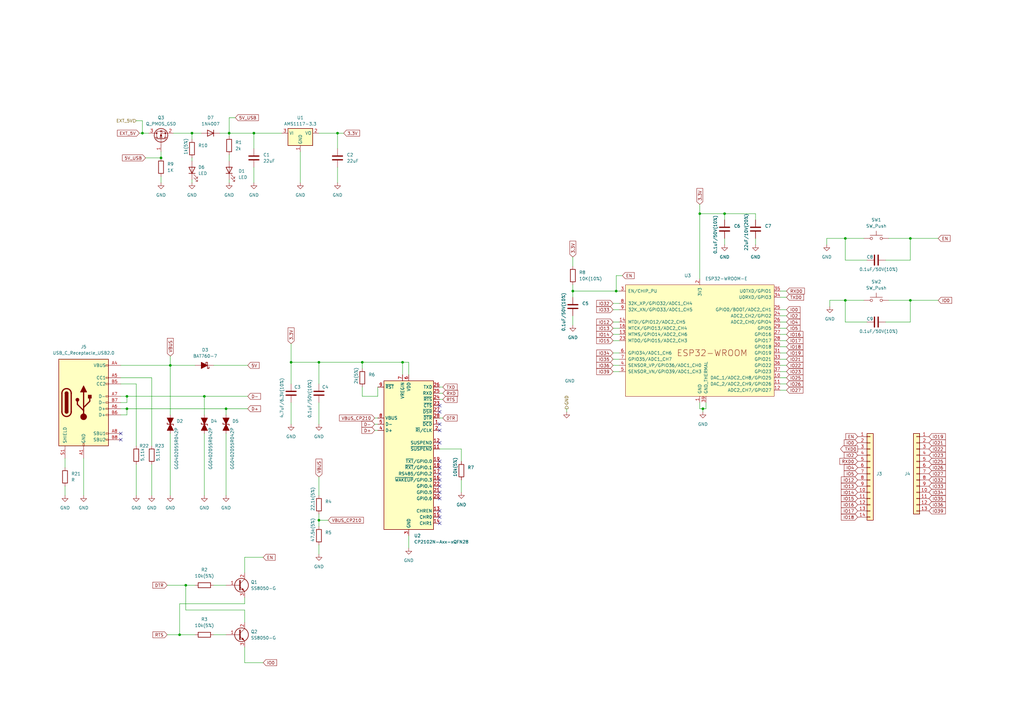
<source format=kicad_sch>
(kicad_sch (version 20230121) (generator eeschema)
  (paper "A3")
  (title_block (title "ESP32_2") (rev "1") (company "FRED"))
  (lib_symbols
    (symbol "Connector:USB_C_Receptacle_USB2.0" (pin_names (offset 1.016))
      (property "Reference" "J" (at -10.16 19.05 0))
      (property "Value" "USB_C_Receptacle_USB2.0" (at 19.05 19.05 0))
      (symbol "USB_C_Receptacle_USB2.0_1_1"
        (pin passive line (at 0 -22.86 90) (length 5.08) (name "GND") (number "A1"))
        (pin passive line (at 0 -22.86 90) (length 5.08) hide (name "GND") (number "A12"))
        (pin passive line (at 15.24 15.24 180) (length 5.08) (name "VBUS") (number "A4"))
        (pin bidirectional line (at 15.24 10.16 180) (length 5.08) (name "CC1") (number "A5"))
        (pin bidirectional line (at 15.24 -2.54 180) (length 5.08) (name "D+") (number "A6"))
        (pin bidirectional line (at 15.24 2.54 180) (length 5.08) (name "D-") (number "A7"))
        (pin bidirectional line (at 15.24 -12.7 180) (length 5.08) (name "SBU1") (number "A8"))
        (pin passive line (at 15.24 15.24 180) (length 5.08) hide (name "VBUS") (number "A9"))
        (pin passive line (at 0 -22.86 90) (length 5.08) hide (name "GND") (number "B1"))
        (pin passive line (at 0 -22.86 90) (length 5.08) hide (name "GND") (number "B12"))
        (pin passive line (at 15.24 15.24 180) (length 5.08) hide (name "VBUS") (number "B4"))
        (pin bidirectional line (at 15.24 7.62 180) (length 5.08) (name "CC2") (number "B5"))
        (pin bidirectional line (at 15.24 -5.08 180) (length 5.08) (name "D+") (number "B6"))
        (pin bidirectional line (at 15.24 0 180) (length 5.08) (name "D-") (number "B7"))
        (pin bidirectional line (at 15.24 -15.24 180) (length 5.08) (name "SBU2") (number "B8"))
        (pin passive line (at 15.24 15.24 180) (length 5.08) hide (name "VBUS") (number "B9"))
        (pin passive line (at -7.62 -22.86 90) (length 5.08) (name "SHIELD") (number "S1"))
      )
    )
    (symbol "Connector_Generic:Conn_01x13" (pin_names (offset 1.016) hide)
      (property "Reference" "J" (at 0 17.78 0))
      (property "Value" "Conn_01x13" (at 0 -17.78 0))
      (symbol "Conn_01x13_1_1"
        (pin passive line (at -5.08 15.24 0) (length 3.81) (name "Pin_1") (number "1"))
        (pin passive line (at -5.08 -7.62 0) (length 3.81) (name "Pin_10") (number "10"))
        (pin passive line (at -5.08 -10.16 0) (length 3.81) (name "Pin_11") (number "11"))
        (pin passive line (at -5.08 -12.7 0) (length 3.81) (name "Pin_12") (number "12"))
        (pin passive line (at -5.08 -15.24 0) (length 3.81) (name "Pin_13") (number "13"))
        (pin passive line (at -5.08 12.7 0) (length 3.81) (name "Pin_2") (number "2"))
        (pin passive line (at -5.08 10.16 0) (length 3.81) (name "Pin_3") (number "3"))
        (pin passive line (at -5.08 7.62 0) (length 3.81) (name "Pin_4") (number "4"))
        (pin passive line (at -5.08 5.08 0) (length 3.81) (name "Pin_5") (number "5"))
        (pin passive line (at -5.08 2.54 0) (length 3.81) (name "Pin_6") (number "6"))
        (pin passive line (at -5.08 0 0) (length 3.81) (name "Pin_7") (number "7"))
        (pin passive line (at -5.08 -2.54 0) (length 3.81) (name "Pin_8") (number "8"))
        (pin passive line (at -5.08 -5.08 0) (length 3.81) (name "Pin_9") (number "9"))
      )
    )
    (symbol "Connector_Generic:Conn_01x14" (pin_names (offset 1.016) hide)
      (property "Reference" "J" (at 0 17.78 0))
      (property "Value" "Conn_01x14" (at 0 -20.32 0))
      (symbol "Conn_01x14_1_1"
        (pin passive line (at -5.08 15.24 0) (length 3.81) (name "Pin_1") (number "1"))
        (pin passive line (at -5.08 -7.62 0) (length 3.81) (name "Pin_10") (number "10"))
        (pin passive line (at -5.08 -10.16 0) (length 3.81) (name "Pin_11") (number "11"))
        (pin passive line (at -5.08 -12.7 0) (length 3.81) (name "Pin_12") (number "12"))
        (pin passive line (at -5.08 -15.24 0) (length 3.81) (name "Pin_13") (number "13"))
        (pin passive line (at -5.08 -17.78 0) (length 3.81) (name "Pin_14") (number "14"))
        (pin passive line (at -5.08 12.7 0) (length 3.81) (name "Pin_2") (number "2"))
        (pin passive line (at -5.08 10.16 0) (length 3.81) (name "Pin_3") (number "3"))
        (pin passive line (at -5.08 7.62 0) (length 3.81) (name "Pin_4") (number "4"))
        (pin passive line (at -5.08 5.08 0) (length 3.81) (name "Pin_5") (number "5"))
        (pin passive line (at -5.08 2.54 0) (length 3.81) (name "Pin_6") (number "6"))
        (pin passive line (at -5.08 0 0) (length 3.81) (name "Pin_7") (number "7"))
        (pin passive line (at -5.08 -2.54 0) (length 3.81) (name "Pin_8") (number "8"))
        (pin passive line (at -5.08 -5.08 0) (length 3.81) (name "Pin_9") (number "9"))
      )
    )
    (symbol "Device:C" (pin_numbers hide) (pin_names (offset 0.254))
      (property "Reference" "C" (at 0.635 2.54 0))
      (property "Value" "C" (at 0.635 -2.54 0))
      (symbol "C_1_1"
        (pin passive line (at 0 3.81 270) (length 2.794) (name "~") (number "1"))
        (pin passive line (at 0 -3.81 90) (length 2.794) (name "~") (number "2"))
      )
    )
    (symbol "Device:D_Schottky_Filled" (pin_numbers hide) (pin_names (offset 1.016) hide)
      (property "Reference" "D" (at 0 2.54 0))
      (property "Value" "D_Schottky_Filled" (at 0 -2.54 0))
      (symbol "D_Schottky_Filled_1_1"
        (pin passive line (at -3.81 0 0) (length 2.54) (name "K") (number "1"))
        (pin passive line (at 3.81 0 180) (length 2.54) (name "A") (number "2"))
      )
    )
    (symbol "Device:D_TVS_Filled" (pin_numbers hide) (pin_names (offset 1.016) hide)
      (property "Reference" "D" (at 0 2.54 0))
      (property "Value" "D_TVS_Filled" (at 0 -2.54 0))
      (symbol "D_TVS_Filled_1_1"
        (pin passive line (at -3.81 0 0) (length 2.54) (name "A1") (number "1"))
        (pin passive line (at 3.81 0 180) (length 2.54) (name "A2") (number "2"))
      )
    )
    (symbol "Device:LED" (pin_numbers hide) (pin_names (offset 1.016) hide)
      (property "Reference" "D" (at 0 2.54 0))
      (property "Value" "LED" (at 0 -2.54 0))
      (symbol "LED_1_1"
        (pin passive line (at -3.81 0 0) (length 2.54) (name "K") (number "1"))
        (pin passive line (at 3.81 0 180) (length 2.54) (name "A") (number "2"))
      )
    )
    (symbol "Device:Q_PMOS_GSD" (pin_names (offset 0) hide)
      (property "Reference" "Q" (at 5.08 1.27 0))
      (property "Value" "Q_PMOS_GSD" (at 5.08 -1.27 0))
      (symbol "Q_PMOS_GSD_1_1"
        (pin input line (at -5.08 0 0) (length 2.54) (name "G") (number "1"))
        (pin passive line (at 2.54 -5.08 90) (length 2.54) (name "S") (number "2"))
        (pin passive line (at 2.54 5.08 270) (length 2.54) (name "D") (number "3"))
      )
    )
    (symbol "Device:R" (pin_numbers hide) (pin_names (offset 0))
      (property "Reference" "R" (at 2.032 0 90))
      (property "Value" "R" (at 0 0 90))
      (symbol "R_1_1"
        (pin passive line (at 0 3.81 270) (length 1.27) (name "~") (number "1"))
        (pin passive line (at 0 -3.81 90) (length 1.27) (name "~") (number "2"))
      )
    )
    (symbol "Diode:1N4007" (pin_numbers hide) (pin_names hide)
      (property "Reference" "D" (at 0 2.54 0))
      (property "Value" "1N4007" (at 0 -2.54 0))
      (symbol "1N4007_1_1"
        (pin passive line (at -3.81 0 0) (length 2.54) (name "K") (number "1"))
        (pin passive line (at 3.81 0 180) (length 2.54) (name "A") (number "2"))
      )
    )
    (symbol "Interface_USB:CP2102N-Axx-xQFN28"
      (property "Reference" "U" (at -8.89 31.75 0))
      (property "Value" "CP2102N-Axx-xQFN28" (at 12.7 31.75 0))
      (symbol "CP2102N-Axx-xQFN28_1_1"
        (pin input line (at 12.7 12.7 180) (length 2.54) (name "~{DCD}") (number "1"))
        (pin no_connect line (at -10.16 -27.94 0) (length 2.54) hide (name "NC") (number "10"))
        (pin output line (at 12.7 2.54 180) (length 2.54) (name "~{SUSPEND}") (number "11"))
        (pin output line (at 12.7 5.08 180) (length 2.54) (name "SUSPEND") (number "12"))
        (pin output line (at 12.7 -22.86 180) (length 2.54) (name "CHREN") (number "13"))
        (pin output line (at 12.7 -27.94 180) (length 2.54) (name "CHR1") (number "14"))
        (pin output line (at 12.7 -25.4 180) (length 2.54) (name "CHR0") (number "15"))
        (pin bidirectional line (at 12.7 -10.16 180) (length 2.54) (name "~{WAKEUP}/GPIO.3") (number "16"))
        (pin bidirectional line (at 12.7 -7.62 180) (length 2.54) (name "RS485/GPIO.2") (number "17"))
        (pin bidirectional line (at 12.7 -5.08 180) (length 2.54) (name "~{RXT}/GPIO.1") (number "18"))
        (pin bidirectional line (at 12.7 -2.54 180) (length 2.54) (name "~{TXT}/GPIO.0") (number "19"))
        (pin bidirectional line (at 12.7 10.16 180) (length 2.54) (name "~{RI}/CLK") (number "2"))
        (pin bidirectional line (at 12.7 -17.78 180) (length 2.54) (name "GPIO.6") (number "20"))
        (pin bidirectional line (at 12.7 -15.24 180) (length 2.54) (name "GPIO.5") (number "21"))
        (pin bidirectional line (at 12.7 -12.7 180) (length 2.54) (name "GPIO.4") (number "22"))
        (pin input line (at 12.7 20.32 180) (length 2.54) (name "~{CTS}") (number "23"))
        (pin output line (at 12.7 22.86 180) (length 2.54) (name "~{RTS}") (number "24"))
        (pin input line (at 12.7 25.4 180) (length 2.54) (name "RXD") (number "25"))
        (pin output line (at 12.7 27.94 180) (length 2.54) (name "TXD") (number "26"))
        (pin input line (at 12.7 17.78 180) (length 2.54) (name "~{DSR}") (number "27"))
        (pin output line (at 12.7 15.24 180) (length 2.54) (name "~{DTR}") (number "28"))
        (pin passive line (at 0 -33.02 90) (length 2.54) hide (name "GND") (number "29"))
        (pin power_in line (at 0 -33.02 90) (length 2.54) (name "GND") (number "3"))
        (pin bidirectional line (at -12.7 10.16 0) (length 2.54) (name "D+") (number "4"))
        (pin bidirectional line (at -12.7 12.7 0) (length 2.54) (name "D-") (number "5"))
        (pin power_in line (at 0 33.02 270) (length 2.54) (name "VDD") (number "6"))
        (pin power_in line (at -2.54 33.02 270) (length 2.54) (name "VREGIN") (number "7"))
        (pin input line (at -12.7 15.24 0) (length 2.54) (name "VBUS") (number "8"))
        (pin input line (at -12.7 27.94 0) (length 2.54) (name "~{RST}") (number "9"))
      )
    )
    (symbol "PCM_Espressif:ESP32-WROOM-E" (pin_names (offset 1.016))
      (property "Reference" "U" (at -30.48 27.94 0))
      (property "Value" "ESP32-WROOM-E" (at -30.48 25.4 0))
      (symbol "ESP32-WROOM-E_1_1"
        (text "ESP32-­WROOM­" (at 5.08 -5.08 0) (effects (font (size 2.54 2.54))))
        (pin power_in line (at 0 -25.4 90) (length 2.54) (name "GND") (number "1"))
        (pin bidirectional line (at 33.02 -15.24 180) (length 2.54) (name "DAC_1/ADC2_CH8/GPIO25") (number "10"))
        (pin bidirectional line (at 33.02 -17.78 180) (length 2.54) (name "DAC_2/ADC2_CH9/GPIO26") (number "11"))
        (pin bidirectional line (at 33.02 -20.32 180) (length 2.54) (name "ADC2_CH7/GPIO27") (number "12"))
        (pin bidirectional line (at -33.02 2.54 0) (length 2.54) (name "MTMS/GPIO14/ADC2_CH6") (number "13"))
        (pin bidirectional line (at -33.02 7.62 0) (length 2.54) (name "MTDI/GPIO12/ADC2_CH5") (number "14"))
        (pin passive line (at 0 -25.4 90) (length 2.54) hide (name "GND") (number "15"))
        (pin bidirectional line (at -33.02 5.08 0) (length 2.54) (name "MTCK/GPIO13/ADC2_CH4") (number "16"))
        (pin power_in line (at 0 25.4 270) (length 2.54) (name "3V3") (number "2"))
        (pin bidirectional line (at -33.02 0 0) (length 2.54) (name "MTDO/GPIO15/ADC2_CH3") (number "23"))
        (pin bidirectional line (at 33.02 10.16 180) (length 2.54) (name "ADC2_CH2/GPIO2") (number "24"))
        (pin bidirectional line (at 33.02 12.7 180) (length 2.54) (name "GPIO0/BOOT/ADC2_CH1") (number "25"))
        (pin bidirectional line (at 33.02 7.62 180) (length 2.54) (name "ADC2_CH0/GPIO4") (number "26"))
        (pin bidirectional line (at 33.02 2.54 180) (length 2.54) (name "GPIO16") (number "27"))
        (pin bidirectional line (at 33.02 0 180) (length 2.54) (name "GPIO17") (number "28"))
        (pin bidirectional line (at 33.02 5.08 180) (length 2.54) (name "GPIO5") (number "29"))
        (pin input line (at -33.02 20.32 0) (length 2.54) (name "EN/CHIP_PU") (number "3"))
        (pin bidirectional line (at 33.02 -2.54 180) (length 2.54) (name "GPIO18") (number "30"))
        (pin bidirectional line (at 33.02 -5.08 180) (length 2.54) (name "GPIO19") (number "31"))
        (pin bidirectional line (at 33.02 -7.62 180) (length 2.54) (name "GPIO21") (number "33"))
        (pin bidirectional line (at 33.02 17.78 180) (length 2.54) (name "U0RXD/GPIO3") (number "34"))
        (pin bidirectional line (at 33.02 20.32 180) (length 2.54) (name "U0TXD/GPIO1") (number "35"))
        (pin bidirectional line (at 33.02 -10.16 180) (length 2.54) (name "GPIO22") (number "36"))
        (pin bidirectional line (at 33.02 -12.7 180) (length 2.54) (name "GPIO23") (number "37"))
        (pin passive line (at 0 -25.4 90) (length 2.54) hide (name "GND") (number "38"))
        (pin power_in line (at 2.54 -25.4 90) (length 2.54) (name "GND_THERMAL") (number "39"))
        (pin input line (at -33.02 -10.16 0) (length 2.54) (name "SENSOR_VP/GPIO36/ADC1_CH0") (number "4"))
        (pin input line (at -33.02 -12.7 0) (length 2.54) (name "SENSOR_VN/GPIO39/ADC1_CH3") (number "5"))
        (pin input line (at -33.02 -5.08 0) (length 2.54) (name "GPIO34/ADC1_CH6") (number "6"))
        (pin input line (at -33.02 -7.62 0) (length 2.54) (name "GPIO35/ADC1_CH7") (number "7"))
        (pin bidirectional line (at -33.02 15.24 0) (length 2.54) (name "32K_XP/GPIO32/ADC1_CH4") (number "8"))
        (pin bidirectional line (at -33.02 12.7 0) (length 2.54) (name "32K_XN/GPIO33/ADC1_CH5") (number "9"))
      )
    )
    (symbol "Regulator_Linear:AMS1117-3.3"
      (property "Reference" "U" (at -3.81 3.175 0))
      (property "Value" "AMS1117-3.3" (at 0 3.175 0))
      (symbol "AMS1117-3.3_1_1"
        (pin power_in line (at 0 -7.62 90) (length 2.54) (name "GND") (number "1"))
        (pin power_out line (at 7.62 0 180) (length 2.54) (name "VO") (number "2"))
        (pin power_in line (at -7.62 0 0) (length 2.54) (name "VI") (number "3"))
      )
    )
    (symbol "Switch:SW_Push" (pin_numbers hide) (pin_names (offset 1.016) hide)
      (property "Reference" "SW" (at 1.27 2.54 0))
      (property "Value" "SW_Push" (at 0 -1.524 0))
      (symbol "SW_Push_0_1"
        (pin passive line (at -5.08 0 0) (length 2.54) (name "1") (number "1"))
        (pin passive line (at 5.08 0 180) (length 2.54) (name "2") (number "2"))
      )
    )
    (symbol "Transistor_BJT:2SD1047" (pin_names (offset 0) hide)
      (property "Reference" "Q" (at 6.35 1.905 0))
      (property "Value" "2SD1047" (at 6.35 0 0))
      (symbol "2SD1047_1_1"
        (pin input line (at -5.08 0 0) (length 5.08) (name "B") (number "1"))
        (pin passive line (at 2.54 5.08 270) (length 2.54) (name "C") (number "2"))
        (pin passive line (at 2.54 -5.08 90) (length 2.54) (name "E") (number "3"))
      )
    )
    (symbol "power:GND" (power) (pin_names (offset 0))
      (property "Value" "GND" (at 0 -3.81 0))
      (symbol "GND_1_1"
        (pin power_in line (at 0 0 270) (length 0) hide (name "GND") (number "1"))
      )
    )
  )
  (junction (at 297.18 87.63))
  (junction (at 373.38 123.19))
  (junction (at 252.73 119.38))
  (junction (at 130.81 213.36))
  (junction (at 288.29 167.64))
  (junction (at 76.2 240.03))
  (junction (at 52.07 167.64))
  (junction (at 69.85 149.86))
  (junction (at 92.71 167.64))
  (junction (at 119.38 148.59))
  (junction (at 165.1 148.59))
  (junction (at 104.14 54.61))
  (junction (at 346.71 123.19))
  (junction (at 234.95 119.38))
  (junction (at 130.81 148.59))
  (junction (at 73.66 260.35))
  (junction (at 78.74 54.61))
  (junction (at 346.71 97.79))
  (junction (at 287.02 87.63))
  (junction (at 373.38 97.79))
  (junction (at 138.43 54.61))
  (junction (at 58.42 54.61))
  (junction (at 66.04 64.77))
  (junction (at 148.59 148.59))
  (junction (at 83.82 162.56))
  (junction (at 52.07 162.56))
  (junction (at 93.98 54.61))
  (no_connect (at 180.34 214.63))
  (no_connect (at 180.34 176.53))
  (no_connect (at 180.34 194.31))
  (no_connect (at 180.34 166.37))
  (no_connect (at 180.34 212.09))
  (no_connect (at 180.34 196.85))
  (no_connect (at 49.53 177.8))
  (no_connect (at 180.34 204.47))
  (no_connect (at 180.34 181.61))
  (no_connect (at 180.34 168.91))
  (no_connect (at 180.34 191.77))
  (no_connect (at 180.34 209.55))
  (no_connect (at 180.34 173.99))
  (no_connect (at 180.34 201.93))
  (no_connect (at 180.34 199.39))
  (no_connect (at 180.34 189.23))
  (no_connect (at 49.53 180.34))
  (wire (pts (xy 100.33 265.43) (xy 100.33 271.78)))
  (wire (pts (xy 92.71 167.64) (xy 92.71 170.18)))
  (wire (pts (xy 287.02 114.3) (xy 287.02 87.63)))
  (wire (pts (xy 138.43 54.61) (xy 138.43 60.96)))
  (wire (pts (xy 167.64 148.59) (xy 165.1 148.59)))
  (wire (pts (xy 58.42 54.61) (xy 60.96 54.61)))
  (wire (pts (xy 287.02 83.82) (xy 287.02 87.63)))
  (wire (pts (xy 93.98 54.61) (xy 104.14 54.61)))
  (wire (pts (xy 234.95 119.38) (xy 252.73 119.38)))
  (wire (pts (xy 153.67 176.53) (xy 154.94 176.53)))
  (wire (pts (xy 52.07 165.1) (xy 49.53 165.1)))
  (wire (pts (xy 288.29 168.91) (xy 288.29 167.64)))
  (wire (pts (xy 148.59 162.56) (xy 148.59 158.75)))
  (wire (pts (xy 355.6 106.68) (xy 346.71 106.68)))
  (wire (pts (xy 130.81 165.1) (xy 130.81 173.99)))
  (wire (pts (xy 69.85 146.05) (xy 69.85 149.86)))
  (wire (pts (xy 234.95 121.92) (xy 234.95 119.38)))
  (wire (pts (xy 251.46 149.86) (xy 254 149.86)))
  (wire (pts (xy 78.74 74.93) (xy 78.74 73.66)))
  (wire (pts (xy 80.01 240.03) (xy 76.2 240.03)))
  (wire (pts (xy 69.85 177.8) (xy 69.85 203.2)))
  (wire (pts (xy 148.59 148.59) (xy 165.1 148.59)))
  (wire (pts (xy 76.2 250.19) (xy 100.33 250.19)))
  (wire (pts (xy 189.23 184.15) (xy 180.34 184.15)))
  (wire (pts (xy 322.58 134.62) (xy 320.04 134.62)))
  (wire (pts (xy 153.67 173.99) (xy 154.94 173.99)))
  (wire (pts (xy 83.82 177.8) (xy 83.82 203.2)))
  (wire (pts (xy 80.01 260.35) (xy 73.66 260.35)))
  (wire (pts (xy 52.07 167.64) (xy 52.07 170.18)))
  (wire (pts (xy 167.64 219.71) (xy 167.64 224.79)))
  (wire (pts (xy 165.1 148.59) (xy 165.1 153.67)))
  (wire (pts (xy 130.81 213.36) (xy 134.62 213.36)))
  (wire (pts (xy 373.38 123.19) (xy 384.81 123.19)))
  (wire (pts (xy 251.46 144.78) (xy 254 144.78)))
  (wire (pts (xy 100.33 271.78) (xy 107.95 271.78)))
  (wire (pts (xy 346.71 106.68) (xy 346.71 97.79)))
  (wire (pts (xy 62.23 154.94) (xy 62.23 182.88)))
  (wire (pts (xy 339.09 97.79) (xy 346.71 97.79)))
  (wire (pts (xy 52.07 167.64) (xy 92.71 167.64)))
  (wire (pts (xy 148.59 162.56) (xy 154.94 162.56)))
  (wire (pts (xy 78.74 54.61) (xy 82.55 54.61)))
  (wire (pts (xy 87.63 149.86) (xy 101.6 149.86)))
  (wire (pts (xy 62.23 190.5) (xy 62.23 203.2)))
  (wire (pts (xy 181.61 161.29) (xy 180.34 161.29)))
  (wire (pts (xy 251.46 132.08) (xy 254 132.08)))
  (wire (pts (xy 167.64 153.67) (xy 167.64 148.59)))
  (wire (pts (xy 87.63 240.03) (xy 92.71 240.03)))
  (wire (pts (xy 68.58 260.35) (xy 73.66 260.35)))
  (wire (pts (xy 181.61 163.83) (xy 180.34 163.83)))
  (wire (pts (xy 322.58 137.16) (xy 320.04 137.16)))
  (wire (pts (xy 100.33 250.19) (xy 100.33 255.27)))
  (wire (pts (xy 138.43 54.61) (xy 140.97 54.61)))
  (wire (pts (xy 287.02 87.63) (xy 297.18 87.63)))
  (wire (pts (xy 83.82 162.56) (xy 83.82 170.18)))
  (wire (pts (xy 340.36 123.19) (xy 346.71 123.19)))
  (wire (pts (xy 322.58 142.24) (xy 320.04 142.24)))
  (wire (pts (xy 138.43 68.58) (xy 138.43 74.93)))
  (wire (pts (xy 251.46 134.62) (xy 254 134.62)))
  (wire (pts (xy 297.18 90.17) (xy 297.18 87.63)))
  (wire (pts (xy 26.67 199.39) (xy 26.67 203.2)))
  (wire (pts (xy 104.14 54.61) (xy 115.57 54.61)))
  (wire (pts (xy 189.23 189.23) (xy 189.23 184.15)))
  (wire (pts (xy 232.41 167.64) (xy 232.41 168.91)))
  (wire (pts (xy 83.82 162.56) (xy 101.6 162.56)))
  (wire (pts (xy 373.38 106.68) (xy 373.38 97.79)))
  (wire (pts (xy 93.98 73.66) (xy 93.98 74.93)))
  (wire (pts (xy 373.38 97.79) (xy 364.49 97.79)))
  (wire (pts (xy 340.36 125.73) (xy 340.36 123.19)))
  (wire (pts (xy 130.81 54.61) (xy 138.43 54.61)))
  (wire (pts (xy 119.38 148.59) (xy 130.81 148.59)))
  (wire (pts (xy 130.81 148.59) (xy 148.59 148.59)))
  (wire (pts (xy 49.53 149.86) (xy 69.85 149.86)))
  (wire (pts (xy 100.33 228.6) (xy 107.95 228.6)))
  (wire (pts (xy 130.81 195.58) (xy 130.81 203.2)))
  (wire (pts (xy 59.69 64.77) (xy 66.04 64.77)))
  (wire (pts (xy 181.61 158.75) (xy 180.34 158.75)))
  (wire (pts (xy 309.88 97.79) (xy 309.88 100.33)))
  (wire (pts (xy 87.63 260.35) (xy 92.71 260.35)))
  (wire (pts (xy 90.17 54.61) (xy 93.98 54.61)))
  (wire (pts (xy 339.09 100.33) (xy 339.09 97.79)))
  (wire (pts (xy 52.07 162.56) (xy 52.07 165.1)))
  (wire (pts (xy 355.6 132.08) (xy 346.71 132.08)))
  (wire (pts (xy 322.58 149.86) (xy 320.04 149.86)))
  (wire (pts (xy 322.58 127) (xy 320.04 127)))
  (wire (pts (xy 297.18 97.79) (xy 297.18 100.33)))
  (wire (pts (xy 52.07 162.56) (xy 83.82 162.56)))
  (wire (pts (xy 123.19 62.23) (xy 123.19 74.93)))
  (wire (pts (xy 57.15 54.61) (xy 58.42 54.61)))
  (wire (pts (xy 73.66 260.35) (xy 73.66 247.65)))
  (wire (pts (xy 49.53 154.94) (xy 62.23 154.94)))
  (wire (pts (xy 153.67 171.45) (xy 154.94 171.45)))
  (wire (pts (xy 130.81 148.59) (xy 130.81 157.48)))
  (wire (pts (xy 68.58 240.03) (xy 76.2 240.03)))
  (wire (pts (xy 130.81 210.82) (xy 130.81 213.36)))
  (wire (pts (xy 309.88 87.63) (xy 309.88 90.17)))
  (wire (pts (xy 234.95 129.54) (xy 234.95 133.35)))
  (wire (pts (xy 289.56 167.64) (xy 288.29 167.64)))
  (wire (pts (xy 322.58 139.7) (xy 320.04 139.7)))
  (wire (pts (xy 104.14 68.58) (xy 104.14 74.93)))
  (wire (pts (xy 346.71 97.79) (xy 354.33 97.79)))
  (wire (pts (xy 252.73 119.38) (xy 254 119.38)))
  (wire (pts (xy 287.02 167.64) (xy 287.02 165.1)))
  (wire (pts (xy 251.46 152.4) (xy 254 152.4)))
  (wire (pts (xy 234.95 116.84) (xy 234.95 119.38)))
  (wire (pts (xy 234.95 105.41) (xy 234.95 109.22)))
  (wire (pts (xy 49.53 157.48) (xy 55.88 157.48)))
  (wire (pts (xy 71.12 54.61) (xy 78.74 54.61)))
  (wire (pts (xy 78.74 66.04) (xy 78.74 64.77)))
  (wire (pts (xy 130.81 227.33) (xy 130.81 223.52)))
  (wire (pts (xy 93.98 55.88) (xy 93.98 54.61)))
  (wire (pts (xy 49.53 162.56) (xy 52.07 162.56)))
  (wire (pts (xy 104.14 54.61) (xy 104.14 60.96)))
  (wire (pts (xy 66.04 62.23) (xy 66.04 64.77)))
  (wire (pts (xy 92.71 167.64) (xy 101.6 167.64)))
  (wire (pts (xy 251.46 147.32) (xy 254 147.32)))
  (wire (pts (xy 346.71 132.08) (xy 346.71 123.19)))
  (wire (pts (xy 76.2 240.03) (xy 76.2 250.19)))
  (wire (pts (xy 322.58 144.78) (xy 320.04 144.78)))
  (wire (pts (xy 119.38 165.1) (xy 119.38 173.99)))
  (wire (pts (xy 93.98 48.26) (xy 93.98 54.61)))
  (wire (pts (xy 322.58 119.38) (xy 320.04 119.38)))
  (wire (pts (xy 251.46 124.46) (xy 254 124.46)))
  (wire (pts (xy 322.58 157.48) (xy 320.04 157.48)))
  (wire (pts (xy 78.74 54.61) (xy 78.74 57.15)))
  (wire (pts (xy 251.46 139.7) (xy 254 139.7)))
  (wire (pts (xy 66.04 72.39) (xy 66.04 74.93)))
  (wire (pts (xy 289.56 165.1) (xy 289.56 167.64)))
  (wire (pts (xy 181.61 171.45) (xy 180.34 171.45)))
  (wire (pts (xy 346.71 123.19) (xy 354.33 123.19)))
  (wire (pts (xy 34.29 187.96) (xy 34.29 203.2)))
  (wire (pts (xy 251.46 137.16) (xy 254 137.16)))
  (wire (pts (xy 58.42 49.53) (xy 58.42 54.61)))
  (wire (pts (xy 148.59 151.13) (xy 148.59 148.59)))
  (wire (pts (xy 322.58 147.32) (xy 320.04 147.32)))
  (wire (pts (xy 251.46 127) (xy 254 127)))
  (wire (pts (xy 322.58 154.94) (xy 320.04 154.94)))
  (wire (pts (xy 322.58 152.4) (xy 320.04 152.4)))
  (wire (pts (xy 189.23 201.93) (xy 189.23 196.85)))
  (wire (pts (xy 322.58 121.92) (xy 320.04 121.92)))
  (wire (pts (xy 252.73 113.03) (xy 252.73 119.38)))
  (wire (pts (xy 373.38 132.08) (xy 373.38 123.19)))
  (wire (pts (xy 255.27 113.03) (xy 252.73 113.03)))
  (wire (pts (xy 373.38 97.79) (xy 384.81 97.79)))
  (wire (pts (xy 119.38 140.97) (xy 119.38 148.59)))
  (wire (pts (xy 73.66 247.65) (xy 100.33 247.65)))
  (wire (pts (xy 26.67 187.96) (xy 26.67 191.77)))
  (wire (pts (xy 93.98 63.5) (xy 93.98 66.04)))
  (wire (pts (xy 322.58 129.54) (xy 320.04 129.54)))
  (wire (pts (xy 55.88 49.53) (xy 58.42 49.53)))
  (wire (pts (xy 363.22 106.68) (xy 373.38 106.68)))
  (wire (pts (xy 288.29 167.64) (xy 287.02 167.64)))
  (wire (pts (xy 363.22 132.08) (xy 373.38 132.08)))
  (wire (pts (xy 297.18 87.63) (xy 309.88 87.63)))
  (wire (pts (xy 100.33 247.65) (xy 100.33 245.11)))
  (wire (pts (xy 55.88 157.48) (xy 55.88 182.88)))
  (wire (pts (xy 93.98 48.26) (xy 96.52 48.26)))
  (wire (pts (xy 130.81 213.36) (xy 130.81 215.9)))
  (wire (pts (xy 322.58 160.02) (xy 320.04 160.02)))
  (wire (pts (xy 154.94 162.56) (xy 154.94 158.75)))
  (wire (pts (xy 55.88 190.5) (xy 55.88 203.2)))
  (wire (pts (xy 100.33 234.95) (xy 100.33 228.6)))
  (wire (pts (xy 322.58 132.08) (xy 320.04 132.08)))
  (wire (pts (xy 69.85 149.86) (xy 80.01 149.86)))
  (wire (pts (xy 69.85 149.86) (xy 69.85 170.18)))
  (wire (pts (xy 49.53 167.64) (xy 52.07 167.64)))
  (wire (pts (xy 373.38 123.19) (xy 364.49 123.19)))
  (wire (pts (xy 92.71 177.8) (xy 92.71 203.2)))
  (wire (pts (xy 119.38 157.48) (xy 119.38 148.59)))
  (wire (pts (xy 52.07 170.18) (xy 49.53 170.18)))
  (global_label "IO26" (shape input) (at 322.58 157.48 0) (property "Intersheetrefs" "${INTERSHEET_REFS}" (effects hide)))
  (global_label "IO23" (shape input) (at 381 186.69 0) (property "Intersheetrefs" "${INTERSHEET_REFS}" (effects hide)))
  (global_label "RXD0" (shape input) (at 351.79 189.23 180) (property "Intersheetrefs" "${INTERSHEET_REFS}" (effects hide)))
  (global_label "5V" (shape input) (at 101.6 149.86 0) (property "Intersheetrefs" "${INTERSHEET_REFS}" (effects hide)))
  (global_label "IO39" (shape input) (at 381 209.55 0) (property "Intersheetrefs" "${INTERSHEET_REFS}" (effects hide)))
  (global_label "IO35" (shape input) (at 251.46 147.32 180) (property "Intersheetrefs" "${INTERSHEET_REFS}" (effects hide)))
  (global_label "IO5" (shape input) (at 322.58 134.62 0) (property "Intersheetrefs" "${INTERSHEET_REFS}" (effects hide)))
  (global_label "IO18" (shape input) (at 322.58 142.24 0) (property "Intersheetrefs" "${INTERSHEET_REFS}" (effects hide)))
  (global_label "IO15" (shape input) (at 351.79 204.47 180) (property "Intersheetrefs" "${INTERSHEET_REFS}" (effects hide)))
  (global_label "IO15" (shape input) (at 251.46 139.7 180) (property "Intersheetrefs" "${INTERSHEET_REFS}" (effects hide)))
  (global_label "IO34" (shape input) (at 381 201.93 0) (property "Intersheetrefs" "${INTERSHEET_REFS}" (effects hide)))
  (global_label "TXD" (shape input) (at 181.61 158.75 0) (property "Intersheetrefs" "${INTERSHEET_REFS}" (effects hide)))
  (global_label "IO14" (shape input) (at 351.79 201.93 180) (property "Intersheetrefs" "${INTERSHEET_REFS}" (effects hide)))
  (global_label "5V_USB" (shape input) (at 59.69 64.77 180) (property "Intersheetrefs" "${INTERSHEET_REFS}" (effects hide)))
  (global_label "IO27" (shape input) (at 381 194.31 0) (property "Intersheetrefs" "${INTERSHEET_REFS}" (effects hide)))
  (global_label "5V_USB" (shape input) (at 96.52 48.26 0) (property "Intersheetrefs" "${INTERSHEET_REFS}" (effects hide)))
  (global_label "RXD0" (shape input) (at 322.58 119.38 0) (property "Intersheetrefs" "${INTERSHEET_REFS}" (effects hide)))
  (global_label "IO25" (shape input) (at 322.58 154.94 0) (property "Intersheetrefs" "${INTERSHEET_REFS}" (effects hide)))
  (global_label "IO17" (shape input) (at 322.58 139.7 0) (property "Intersheetrefs" "${INTERSHEET_REFS}" (effects hide)))
  (global_label "IO0" (shape input) (at 322.58 127 0) (property "Intersheetrefs" "${INTERSHEET_REFS}" (effects hide)))
  (global_label "IO17" (shape input) (at 351.79 209.55 180) (property "Intersheetrefs" "${INTERSHEET_REFS}" (effects hide)))
  (global_label "3.3V" (shape input) (at 234.95 105.41 90) (property "Intersheetrefs" "${INTERSHEET_REFS}" (effects hide)))
  (global_label "EN" (shape input) (at 384.81 97.79 0) (property "Intersheetrefs" "${INTERSHEET_REFS}" (effects hide)))
  (global_label "RTS" (shape input) (at 68.58 260.35 180) (property "Intersheetrefs" "${INTERSHEET_REFS}" (effects hide)))
  (global_label "3.3V" (shape input) (at 287.02 83.82 90) (property "Intersheetrefs" "${INTERSHEET_REFS}" (effects hide)))
  (global_label "IO36" (shape input) (at 251.46 149.86 180) (property "Intersheetrefs" "${INTERSHEET_REFS}" (effects hide)))
  (global_label "VBUS" (shape input) (at 130.81 195.58 90) (property "Intersheetrefs" "${INTERSHEET_REFS}" (effects hide)))
  (global_label "TXD0" (shape input) (at 322.58 121.92 0) (property "Intersheetrefs" "${INTERSHEET_REFS}" (effects hide)))
  (global_label "TXD0" (shape output) (at 351.79 184.15 180) (property "Intersheetrefs" "${INTERSHEET_REFS}" (effects hide)))
  (global_label "IO19" (shape input) (at 381 179.07 0) (property "Intersheetrefs" "${INTERSHEET_REFS}" (effects hide)))
  (global_label "IO26" (shape input) (at 381 191.77 0) (property "Intersheetrefs" "${INTERSHEET_REFS}" (effects hide)))
  (global_label "IO21" (shape input) (at 322.58 147.32 0) (property "Intersheetrefs" "${INTERSHEET_REFS}" (effects hide)))
  (global_label "IO23" (shape input) (at 322.58 152.4 0) (property "Intersheetrefs" "${INTERSHEET_REFS}" (effects hide)))
  (global_label "IO27" (shape input) (at 322.58 160.02 0) (property "Intersheetrefs" "${INTERSHEET_REFS}" (effects hide)))
  (global_label "DTR" (shape input) (at 181.61 171.45 0) (property "Intersheetrefs" "${INTERSHEET_REFS}" (effects hide)))
  (global_label "IO33" (shape input) (at 251.46 127 180) (property "Intersheetrefs" "${INTERSHEET_REFS}" (effects hide)))
  (global_label "IO14" (shape input) (at 251.46 137.16 180) (property "Intersheetrefs" "${INTERSHEET_REFS}" (effects hide)))
  (global_label "RTS" (shape input) (at 181.61 163.83 0) (property "Intersheetrefs" "${INTERSHEET_REFS}" (effects hide)))
  (global_label "IO12" (shape input) (at 351.79 196.85 180) (property "Intersheetrefs" "${INTERSHEET_REFS}" (effects hide)))
  (global_label "IO21" (shape input) (at 381 181.61 0) (property "Intersheetrefs" "${INTERSHEET_REFS}" (effects hide)))
  (global_label "IO34" (shape input) (at 251.46 144.78 180) (property "Intersheetrefs" "${INTERSHEET_REFS}" (effects hide)))
  (global_label "RXD" (shape input) (at 181.61 161.29 0) (property "Intersheetrefs" "${INTERSHEET_REFS}" (effects hide)))
  (global_label "EN" (shape input) (at 255.27 113.03 0) (property "Intersheetrefs" "${INTERSHEET_REFS}" (effects hide)))
  (global_label "IO33" (shape input) (at 381 199.39 0) (property "Intersheetrefs" "${INTERSHEET_REFS}" (effects hide)))
  (global_label "IO36" (shape input) (at 381 207.01 0) (property "Intersheetrefs" "${INTERSHEET_REFS}" (effects hide)))
  (global_label "IO13" (shape input) (at 351.79 199.39 180) (property "Intersheetrefs" "${INTERSHEET_REFS}" (effects hide)))
  (global_label "EXT_5V" (shape input) (at 57.15 54.61 180) (property "Intersheetrefs" "${INTERSHEET_REFS}" (effects hide)))
  (global_label "D-" (shape input) (at 153.67 173.99 180) (property "Intersheetrefs" "${INTERSHEET_REFS}" (effects hide)))
  (global_label "IO0" (shape input) (at 351.79 181.61 180) (property "Intersheetrefs" "${INTERSHEET_REFS}" (effects hide)))
  (global_label "IO4" (shape input) (at 351.79 191.77 180) (property "Intersheetrefs" "${INTERSHEET_REFS}" (effects hide)))
  (global_label "VBUS" (shape input) (at 69.85 146.05 90) (property "Intersheetrefs" "${INTERSHEET_REFS}" (effects hide)))
  (global_label "D+" (shape input) (at 101.6 167.64 0) (property "Intersheetrefs" "${INTERSHEET_REFS}" (effects hide)))
  (global_label "IO16" (shape input) (at 322.58 137.16 0) (property "Intersheetrefs" "${INTERSHEET_REFS}" (effects hide)))
  (global_label "IO19" (shape input) (at 322.58 144.78 0) (property "Intersheetrefs" "${INTERSHEET_REFS}" (effects hide)))
  (global_label "D-" (shape input) (at 101.6 162.56 0) (property "Intersheetrefs" "${INTERSHEET_REFS}" (effects hide)))
  (global_label "IO12" (shape input) (at 251.46 132.08 180) (property "Intersheetrefs" "${INTERSHEET_REFS}" (effects hide)))
  (global_label "IO18" (shape input) (at 351.79 212.09 180) (property "Intersheetrefs" "${INTERSHEET_REFS}" (effects hide)))
  (global_label "IO32" (shape input) (at 251.46 124.46 180) (property "Intersheetrefs" "${INTERSHEET_REFS}" (effects hide)))
  (global_label "3.3V" (shape input) (at 140.97 54.61 0) (property "Intersheetrefs" "${INTERSHEET_REFS}" (effects hide)))
  (global_label "IO16" (shape input) (at 351.79 207.01 180) (property "Intersheetrefs" "${INTERSHEET_REFS}" (effects hide)))
  (global_label "3.3V" (shape input) (at 119.38 140.97 90) (property "Intersheetrefs" "${INTERSHEET_REFS}" (effects hide)))
  (global_label "IO2" (shape input) (at 322.58 129.54 0) (property "Intersheetrefs" "${INTERSHEET_REFS}" (effects hide)))
  (global_label "IO0" (shape input) (at 107.95 271.78 0) (property "Intersheetrefs" "${INTERSHEET_REFS}" (effects hide)))
  (global_label "IO32" (shape input) (at 381 196.85 0) (property "Intersheetrefs" "${INTERSHEET_REFS}" (effects hide)))
  (global_label "IO22" (shape input) (at 381 184.15 0) (property "Intersheetrefs" "${INTERSHEET_REFS}" (effects hide)))
  (global_label "IO35" (shape input) (at 381 204.47 0) (property "Intersheetrefs" "${INTERSHEET_REFS}" (effects hide)))
  (global_label "IO22" (shape input) (at 322.58 149.86 0) (property "Intersheetrefs" "${INTERSHEET_REFS}" (effects hide)))
  (global_label "DTR" (shape input) (at 68.58 240.03 180) (property "Intersheetrefs" "${INTERSHEET_REFS}" (effects hide)))
  (global_label "D+" (shape input) (at 153.67 176.53 180) (property "Intersheetrefs" "${INTERSHEET_REFS}" (effects hide)))
  (global_label "IO2" (shape input) (at 351.79 186.69 180) (property "Intersheetrefs" "${INTERSHEET_REFS}" (effects hide)))
  (global_label "IO13" (shape input) (at 251.46 134.62 180) (property "Intersheetrefs" "${INTERSHEET_REFS}" (effects hide)))
  (global_label "EN" (shape input) (at 351.79 179.07 180) (property "Intersheetrefs" "${INTERSHEET_REFS}" (effects hide)))
  (global_label "VBUS_CP210" (shape input) (at 134.62 213.36 0) (property "Intersheetrefs" "${INTERSHEET_REFS}" (effects hide)))
  (global_label "IO39" (shape input) (at 251.46 152.4 180) (property "Intersheetrefs" "${INTERSHEET_REFS}" (effects hide)))
  (global_label "IO0" (shape input) (at 384.81 123.19 0) (property "Intersheetrefs" "${INTERSHEET_REFS}" (effects hide)))
  (global_label "IO4" (shape input) (at 322.58 132.08 0) (property "Intersheetrefs" "${INTERSHEET_REFS}" (effects hide)))
  (global_label "IO25" (shape input) (at 381 189.23 0) (property "Intersheetrefs" "${INTERSHEET_REFS}" (effects hide)))
  (global_label "EN" (shape input) (at 107.95 228.6 0) (property "Intersheetrefs" "${INTERSHEET_REFS}" (effects hide)))
  (global_label "IO5" (shape input) (at 351.79 194.31 180) (property "Intersheetrefs" "${INTERSHEET_REFS}" (effects hide)))
  (global_label "VBUS_CP210" (shape input) (at 153.67 171.45 180) (property "Intersheetrefs" "${INTERSHEET_REFS}" (effects hide)))
  (hierarchical_label "GND" (shape output) (at 232.41 167.64 90))
  (hierarchical_label "EXT_5V" (shape input) (at 55.88 49.53 180))
  (symbol (lib_id "power:GND") (at 104.14 74.93 0) (unit 1)
    (property "Reference" "#PWR01" (effects hide))
    (property "Value" "GND" (at 104.14 80.01 0))
    (instances (project "fred_v3" (path "" (reference "#PWR01") (unit 1)) (path "" (reference "#PWR030") (unit 1))))
  )
  (symbol (lib_id "Device:D_TVS_Filled") (at 92.71 173.99 90) (unit 1)
    (property "Reference" "D5" (at 95.25 172.72 90) (effects (justify right)))
    (property "Value" "GG0402055R042P" (at 95.25 175.26 0) (effects (justify right)))
    (property "Footprint" "Diode_SMD:D_0402_1005Metric_Pad0.77x0.64mm_HandSolder" (effects hide))
    (instances (project "fred_v3" (path "" (reference "D5") (unit 1)) (path "" (reference "D14") (unit 1))) (project "SJ_V3" (path "" (reference "D2") (unit 1))))
  )
  (symbol (lib_id "Transistor_BJT:2SD1047") (at 97.79 240.03 0) (unit 1)
    (property "Reference" "Q1" (at 102.87 238.76 0) (effects (justify left)))
    (property "Value" "SS8050-G" (at 102.87 241.3 0) (effects (justify left)))
    (property "Footprint" "Package_TO_SOT_SMD:SOT-23-3" (effects hide))
    (property "Datasheet" "http://www.st.com/resource/en/datasheet/2sd1047.pdf" (effects hide))
    (instances (project "fred_v3" (path "" (reference "Q1") (unit 1)) (path "" (reference "Q5") (unit 1))) (project "SJ_V3" (path "" (reference "Q1") (unit 1))))
  )
  (symbol (lib_id "Device:C") (at 234.95 125.73 0) (unit 1)
    (property "Reference" "C5" (at 238.76 124.46 0) (effects (justify left)))
    (property "Value" "0.1uF/50V(10%)" (at 231.14 135.89 90) (effects (justify left)))
    (property "Footprint" "Capacitor_SMD:C_0603_1608Metric_Pad1.08x0.95mm_HandSolder" (effects hide))
    (instances (project "fred_v3" (path "" (reference "C5") (unit 1)) (path "" (reference "C14") (unit 1))) (project "SJ_V3" (path "" (reference "C5") (unit 1))))
  )
  (symbol (lib_id "Switch:SW_Push") (at 359.41 97.79 0) (unit 1)
    (property "Reference" "SW1" (at 359.41 90.17 0))
    (property "Value" "SW_Push" (at 359.41 92.71 0))
    (property "Footprint" "Button_Switch_THT:SW_PUSH_6mm" (effects hide))
    (instances (project "fred_v3" (path "" (reference "SW1") (unit 1)) (path "" (reference "SW3") (unit 1))) (project "SJ_V3" (path "" (reference "SW1") (unit 1))))
  )
  (symbol (lib_id "Device:R") (at 130.81 207.01 0) (unit 1)
    (property "Reference" "R4" (at 133.35 205.74 0) (effects (justify left)))
    (property "Value" "22.1k(5%)" (at 128.27 209.55 90) (effects (justify left)))
    (property "Footprint" "Resistor_SMD:R_0603_1608Metric_Pad0.98x0.95mm_HandSolder" (effects hide))
    (instances (project "fred_v3" (path "" (reference "R4") (unit 1)) (path "" (reference "R16") (unit 1))) (project "SJ_V3" (path "" (reference "R4") (unit 1))))
  )
  (symbol (lib_id "Device:R") (at 62.23 186.69 0) (unit 1)
    (property "Reference" "R23" (at 63.5 182.88 0) (effects (justify left)))
    (property "Value" "5,11k" (at 64.77 189.23 90) (effects (justify left)))
    (instances (project "fred_v3" (path "" (reference "R23") (unit 1)) (path "" (reference "R26") (unit 1))))
  )
  (symbol (lib_id "Device:R") (at 55.88 186.69 0) (unit 1)
    (property "Reference" "R22" (at 57.15 182.88 0) (effects (justify left)))
    (property "Value" "5,11k" (at 58.42 189.23 90) (effects (justify left)))
    (instances (project "fred_v3" (path "" (reference "R22") (unit 1)) (path "" (reference "R25") (unit 1))))
  )
  (symbol (lib_id "power:GND") (at 123.19 74.93 0) (unit 1)
    (property "Reference" "#PWR02" (effects hide))
    (property "Value" "GND" (at 123.19 80.01 0))
    (instances (project "fred_v3" (path "" (reference "#PWR02") (unit 1)) (path "" (reference "#PWR032") (unit 1))))
  )
  (symbol (lib_id "power:GND") (at 130.81 227.33 0) (unit 1)
    (property "Reference" "#PWR012" (effects hide))
    (property "Value" "GND" (at 130.81 232.41 0))
    (instances (project "fred_v3" (path "" (reference "#PWR012") (unit 1)) (path "" (reference "#PWR034") (unit 1))) (project "SJ_V3" (path "" (reference "#PWR09") (unit 1))))
  )
  (symbol (lib_id "Device:R") (at 93.98 59.69 0) (unit 1)
    (property "Reference" "R1" (at 96.52 58.42 0) (effects (justify left)))
    (property "Value" "2k" (at 96.52 60.96 0) (effects (justify left)))
    (instances (project "fred_v3" (path "" (reference "R1") (unit 1)) (path "" (reference "R15") (unit 1))))
  )
  (symbol (lib_id "Device:R") (at 83.82 240.03 90) (unit 1)
    (property "Reference" "R2" (at 83.82 233.68 90))
    (property "Value" "10k(5%)" (at 83.82 236.22 90))
    (property "Footprint" "Resistor_SMD:R_0603_1608Metric_Pad0.98x0.95mm_HandSolder" (effects hide))
    (instances (project "fred_v3" (path "" (reference "R2") (unit 1)) (path "" (reference "R13") (unit 1))) (project "SJ_V3" (path "" (reference "R6") (unit 1))))
  )
  (symbol (lib_id "power:GND") (at 309.88 100.33 0) (unit 1)
    (property "Reference" "#PWR019" (effects hide))
    (property "Value" "GND" (at 309.88 105.41 0))
    (instances (project "fred_v3" (path "" (reference "#PWR019") (unit 1)) (path "" (reference "#PWR042") (unit 1))) (project "SJ_V3" (path "" (reference "#PWR011") (unit 1))))
  )
  (symbol (lib_id "Device:R") (at 26.67 195.58 0) (unit 1)
    (property "Reference" "R21" (at 29.21 194.31 0) (effects (justify left)))
    (property "Value" "R" (at 29.21 196.85 0) (effects (justify left)))
    (instances (project "fred_v3" (path "" (reference "R21") (unit 1)) (path "" (reference "R24") (unit 1))))
  )
  (symbol (lib_id "power:GND") (at 62.23 203.2 0) (unit 1)
    (property "Reference" "#PWR053" (effects hide))
    (property "Value" "GND" (at 62.23 208.28 0))
    (instances (project "fred_v3" (path "" (reference "#PWR053") (unit 1)) (path "" (reference "#PWR029") (unit 1))))
  )
  (symbol (lib_id "Device:R") (at 83.82 260.35 90) (unit 1)
    (property "Reference" "R3" (at 83.82 254 90))
    (property "Value" "10k(5%)" (at 83.82 256.54 90))
    (property "Footprint" "Resistor_SMD:R_0603_1608Metric_Pad0.98x0.95mm_HandSolder" (effects hide))
    (instances (project "fred_v3" (path "" (reference "R3") (unit 1)) (path "" (reference "R14") (unit 1))) (project "SJ_V3" (path "" (reference "R5") (unit 1))))
  )
  (symbol (lib_id "Device:C") (at 359.41 106.68 90) (unit 1)
    (property "Reference" "C8" (at 358.14 105.41 90) (effects (justify left)))
    (property "Value" "0.1uF/50V(10%)" (at 368.3 110.49 90) (effects (justify left)))
    (property "Footprint" "Capacitor_SMD:C_0603_1608Metric_Pad1.08x0.95mm_HandSolder" (effects hide))
    (instances (project "fred_v3" (path "" (reference "C8") (unit 1)) (path "" (reference "C17") (unit 1))) (project "SJ_V3" (path "" (reference "C6") (unit 1))))
  )
  (symbol (lib_id "Device:R") (at 189.23 193.04 0) (unit 1)
    (property "Reference" "R7" (at 191.77 191.77 0) (effects (justify left)))
    (property "Value" "10k(5%)" (at 186.69 195.58 90) (effects (justify left)))
    (property "Footprint" "Resistor_SMD:R_0603_1608Metric_Pad0.98x0.95mm_HandSolder" (effects hide))
    (instances (project "fred_v3" (path "" (reference "R7") (unit 1)) (path "" (reference "R19") (unit 1))) (project "SJ_V3" (path "" (reference "R2") (unit 1))))
  )
  (symbol (lib_id "Device:LED") (at 93.98 69.85 90) (unit 1)
    (property "Reference" "D1" (at 97.79 70.1675 90) (effects (justify right)))
    (property "Value" "LED" (at 97.79 72.7075 90) (effects (justify right)))
    (instances (project "fred_v3" (path "" (reference "D1") (unit 1)) (path "" (reference "D13") (unit 1))))
  )
  (symbol (lib_id "power:GND") (at 78.74 74.93 0) (unit 1)
    (property "Reference" "#PWR022" (effects hide))
    (property "Value" "GND" (at 78.74 80.01 0))
    (instances (project "fred_v3" (path "" (reference "#PWR022") (unit 1)) (path "" (reference "#PWR026") (unit 1))) (project "SJ_V3" (path "" (reference "#PWR025") (unit 1))))
  )
  (symbol (lib_id "power:GND") (at 130.81 173.99 0) (unit 1)
    (property "Reference" "#PWR011" (effects hide))
    (property "Value" "GND" (at 130.81 179.07 0))
    (instances (project "fred_v3" (path "" (reference "#PWR011") (unit 1)) (path "" (reference "#PWR033") (unit 1))) (project "SJ_V3" (path "" (reference "#PWR06") (unit 1))))
  )
  (symbol (lib_id "power:GND") (at 119.38 173.99 0) (unit 1)
    (property "Reference" "#PWR010" (effects hide))
    (property "Value" "GND" (at 119.38 179.07 0))
    (instances (project "fred_v3" (path "" (reference "#PWR010") (unit 1)) (path "" (reference "#PWR031") (unit 1))) (project "SJ_V3" (path "" (reference "#PWR05") (unit 1))))
  )
  (symbol (lib_id "power:GND") (at 66.04 74.93 0) (unit 1)
    (property "Reference" "#PWR05" (effects hide))
    (property "Value" "GND" (at 66.04 80.01 0))
    (instances (project "fred_v3" (path "" (reference "#PWR05") (unit 1)) (path "" (reference "#PWR024") (unit 1))) (project "SJ_V3" (path "" (reference "#PWR024") (unit 1))))
  )
  (symbol (lib_id "Device:LED") (at 78.74 69.85 90) (unit 1)
    (property "Reference" "D6" (at 81.28 68.58 90) (effects (justify right)))
    (property "Value" "LED" (at 81.28 71.12 90) (effects (justify right)))
    (property "Footprint" "LED_SMD:LED_1206_3216Metric_Pad1.42x1.75mm_HandSolder" (effects hide))
    (instances (project "fred_v3" (path "" (reference "D6") (unit 1)) (path "" (reference "D9") (unit 1))) (project "SJ_V3" (path "" (reference "D7") (unit 1))))
  )
  (symbol (lib_id "Connector_Generic:Conn_01x14") (at 356.87 194.31 0) (unit 1)
    (property "Reference" "J3" (at 359.41 194.31 0) (effects (justify left)))
    (property "Value" "Conn_01x14" (effects hide))
    (property "Footprint" "Connector_PinHeader_2.54mm:PinHeader_1x14_P2.54mm_Vertical" (effects hide))
    (instances (project "fred_v3" (path "" (reference "J3") (unit 1))) (project "SJ_V3" (path "" (reference "J13") (unit 1))))
  )
  (symbol (lib_id "PCM_Espressif:ESP32-WROOM-E") (at 287.02 139.7 0) (unit 1)
    (property "Reference" "U3" (at 280.67 113.03 0) (effects (justify left)))
    (property "Value" "ESP32-WROOM-E" (at 289.2141 114.3 0) (effects (justify left)))
    (property "Footprint" "PCM_Espressif:ESP32-WROOM-32E" (effects hide))
    (property "Datasheet" "https://www.espressif.com/sites/default/files/documentation/esp32-wroom-32e_esp32-wroom-32ue_datasheet_en.pdf" (effects hide))
    (instances (project "fred_v3" (path "" (reference "U3") (unit 1)) (path "" (reference "U6") (unit 1))) (project "SJ_V3" (path "" (reference "U1") (unit 1))))
  )
  (symbol (lib_id "power:GND") (at 189.23 201.93 0) (unit 1)
    (property "Reference" "#PWR014" (effects hide))
    (property "Value" "GND" (at 189.23 207.01 0))
    (instances (project "fred_v3" (path "" (reference "#PWR014") (unit 1)) (path "" (reference "#PWR037") (unit 1))) (project "SJ_V3" (path "" (reference "#PWR07") (unit 1))))
  )
  (symbol (lib_id "Device:R") (at 234.95 113.03 0) (unit 1)
    (property "Reference" "R8" (at 237.49 111.76 0) (effects (justify left)))
    (property "Value" "10K(10%)" (at 237.49 114.3 0) (effects (justify left)))
    (property "Footprint" "Resistor_SMD:R_0603_1608Metric_Pad0.98x0.95mm_HandSolder" (effects hide))
    (instances (project "fred_v3" (path "" (reference "R8") (unit 1)) (path "" (reference "R20") (unit 1))) (project "SJ_V3" (path "" (reference "R7") (unit 1))))
  )
  (symbol (lib_id "Device:C") (at 138.43 64.77 0) (unit 1)
    (property "Reference" "C2" (at 142.24 63.5 0) (effects (justify left)))
    (property "Value" "22uF" (at 142.24 66.04 0) (effects (justify left)))
    (instances (project "fred_v3" (path "" (reference "C2") (unit 1)) (path "" (reference "C13") (unit 1))))
  )
  (symbol (lib_id "Device:C") (at 309.88 93.98 0) (unit 1)
    (property "Reference" "C7" (at 313.69 92.71 0) (effects (justify left)))
    (property "Value" "22uF/10V(20%)" (at 306.07 102.87 90) (effects (justify left)))
    (property "Footprint" "Capacitor_SMD:C_0805_2012Metric_Pad1.18x1.45mm_HandSolder" (effects hide))
    (instances (project "fred_v3" (path "" (reference "C7") (unit 1)) (path "" (reference "C16") (unit 1))) (project "SJ_V3" (path "" (reference "C4") (unit 1))))
  )
  (symbol (lib_id "power:GND") (at 69.85 203.2 0) (unit 1)
    (property "Reference" "#PWR07" (effects hide))
    (property "Value" "GND" (at 69.85 208.28 0))
    (instances (project "fred_v3" (path "" (reference "#PWR07") (unit 1)) (path "" (reference "#PWR054") (unit 1))) (project "SJ_V3" (path "" (reference "#PWR03") (unit 1))))
  )
  (symbol (lib_id "Switch:SW_Push") (at 359.41 123.19 0) (unit 1)
    (property "Reference" "SW2" (at 359.41 115.57 0))
    (property "Value" "SW_Push" (at 359.41 118.11 0))
    (property "Footprint" "Button_Switch_THT:SW_PUSH_6mm" (effects hide))
    (instances (project "fred_v3" (path "" (reference "SW2") (unit 1)) (path "" (reference "SW4") (unit 1))) (project "SJ_V3" (path "" (reference "SW2") (unit 1))))
  )
  (symbol (lib_id "power:GND") (at 138.43 74.93 0) (unit 1)
    (property "Reference" "#PWR03" (effects hide))
    (property "Value" "GND" (at 138.43 80.01 0))
    (instances (project "fred_v3" (path "" (reference "#PWR03") (unit 1)) (path "" (reference "#PWR035") (unit 1))))
  )
  (symbol (lib_id "power:GND") (at 339.09 100.33 0) (unit 1)
    (property "Reference" "#PWR020" (effects hide))
    (property "Value" "GND" (at 339.09 105.41 0))
    (instances (project "fred_v3" (path "" (reference "#PWR020") (unit 1)) (path "" (reference "#PWR043") (unit 1))) (project "SJ_V3" (path "" (reference "#PWR013") (unit 1))))
  )
  (symbol (lib_id "Device:C") (at 119.38 161.29 0) (unit 1)
    (property "Reference" "C3" (at 120.65 158.75 0) (effects (justify left)))
    (property "Value" "4.7uF/6.3V(10%)" (at 115.57 171.45 90) (effects (justify left)))
    (property "Footprint" "Capacitor_SMD:C_0603_1608Metric_Pad1.08x0.95mm_HandSolder" (effects hide))
    (instances (project "fred_v3" (path "" (reference "C3") (unit 1)) (path "" (reference "C11") (unit 1))) (project "SJ_V3" (path "" (reference "C1") (unit 1))))
  )
  (symbol (lib_id "Device:C") (at 130.81 161.29 0) (unit 1)
    (property "Reference" "C4" (at 132.08 158.75 0) (effects (justify left)))
    (property "Value" "0.1uF/50V(10%)" (at 127 171.45 90) (effects (justify left)))
    (property "Footprint" "Capacitor_SMD:C_0603_1608Metric_Pad1.08x0.95mm_HandSolder" (effects hide))
    (instances (project "fred_v3" (path "" (reference "C4") (unit 1)) (path "" (reference "C12") (unit 1))) (project "SJ_V3" (path "" (reference "C2") (unit 1))))
  )
  (symbol (lib_id "power:GND") (at 93.98 74.93 0) (unit 1)
    (property "Reference" "#PWR04" (effects hide))
    (property "Value" "GND" (at 93.98 80.01 0))
    (instances (project "fred_v3" (path "" (reference "#PWR04") (unit 1)) (path "" (reference "#PWR028") (unit 1))))
  )
  (symbol (lib_id "power:GND") (at 297.18 100.33 0) (unit 1)
    (property "Reference" "#PWR018" (effects hide))
    (property "Value" "GND" (at 297.18 105.41 0))
    (instances (project "fred_v3" (path "" (reference "#PWR018") (unit 1)) (path "" (reference "#PWR041") (unit 1))) (project "SJ_V3" (path "" (reference "#PWR010") (unit 1))))
  )
  (symbol (lib_id "Interface_USB:CP2102N-Axx-xQFN28") (at 167.64 186.69 0) (unit 1)
    (property "Reference" "U2" (at 169.8341 219.71 0) (effects (justify left)))
    (property "Value" "CP2102N-Axx-xQFN28" (at 169.8341 222.25 0) (effects (justify left)))
    (property "Footprint" "Package_DFN_QFN:QFN-28-1EP_5x5mm_P0.5mm_EP3.35x3.35mm" (effects hide))
    (property "Datasheet" "https://www.silabs.com/documents/public/data-sheets/cp2102n-datasheet.pdf" (effects hide))
    (instances (project "fred_v3" (path "" (reference "U2") (unit 1)) (path "" (reference "U5") (unit 1))) (project "SJ_V3" (path "" (reference "U2") (unit 1))))
  )
  (symbol (lib_id "power:GND") (at 55.88 203.2 0) (unit 1)
    (property "Reference" "#PWR052" (effects hide))
    (property "Value" "GND" (at 55.88 208.28 0))
    (instances (project "fred_v3" (path "" (reference "#PWR052") (unit 1)) (path "" (reference "#PWR027") (unit 1))))
  )
  (symbol (lib_id "Device:C") (at 104.14 64.77 0) (unit 1)
    (property "Reference" "C1" (at 107.95 63.5 0) (effects (justify left)))
    (property "Value" "22uF" (at 107.95 66.04 0) (effects (justify left)))
    (instances (project "fred_v3" (path "" (reference "C1") (unit 1)) (path "" (reference "C10") (unit 1))))
  )
  (symbol (lib_id "Device:C") (at 297.18 93.98 0) (unit 1)
    (property "Reference" "C6" (at 300.99 92.71 0) (effects (justify left)))
    (property "Value" "0.1uF/50V(10%)" (at 293.37 104.14 90) (effects (justify left)))
    (property "Footprint" "Capacitor_SMD:C_0603_1608Metric_Pad1.08x0.95mm_HandSolder" (effects hide))
    (instances (project "fred_v3" (path "" (reference "C6") (unit 1)) (path "" (reference "C15") (unit 1))) (project "SJ_V3" (path "" (reference "C3") (unit 1))))
  )
  (symbol (lib_id "Device:R") (at 130.81 219.71 0) (unit 1)
    (property "Reference" "R5" (at 133.35 218.44 0) (effects (justify left)))
    (property "Value" "47.5k(5%)" (at 128.27 222.25 90) (effects (justify left)))
    (property "Footprint" "Resistor_SMD:R_0603_1608Metric_Pad0.98x0.95mm_HandSolder" (effects hide))
    (instances (project "fred_v3" (path "" (reference "R5") (unit 1)) (path "" (reference "R17") (unit 1))) (project "SJ_V3" (path "" (reference "R3") (unit 1))))
  )
  (symbol (lib_id "power:GND") (at 234.95 133.35 0) (unit 1)
    (property "Reference" "#PWR016" (effects hide))
    (property "Value" "GND" (at 234.95 138.43 0))
    (instances (project "fred_v3" (path "" (reference "#PWR016") (unit 1)) (path "" (reference "#PWR039") (unit 1))) (project "SJ_V3" (path "" (reference "#PWR012") (unit 1))))
  )
  (symbol (lib_id "Device:R") (at 78.74 60.96 0) (unit 1)
    (property "Reference" "R10" (at 81.28 59.69 0) (effects (justify left)))
    (property "Value" "1k(5%)" (at 76.2 63.5 90) (effects (justify left)))
    (property "Footprint" "Resistor_SMD:R_0603_1608Metric_Pad0.98x0.95mm_HandSolder" (effects hide))
    (instances (project "fred_v3" (path "" (reference "R10") (unit 1)) (path "" (reference "R12") (unit 1))) (project "SJ_V3" (path "" (reference "R3") (unit 1)) (path "" (reference "R11") (unit 1))))
  )
  (symbol (lib_id "Transistor_BJT:2SD1047") (at 97.79 260.35 0) (unit 1)
    (property "Reference" "Q2" (at 102.87 259.08 0) (effects (justify left)))
    (property "Value" "SS8050-G" (at 102.87 261.62 0) (effects (justify left)))
    (property "Footprint" "Package_TO_SOT_SMD:SOT-23-3" (effects hide))
    (property "Datasheet" "http://www.st.com/resource/en/datasheet/2sd1047.pdf" (effects hide))
    (instances (project "fred_v3" (path "" (reference "Q2") (unit 1)) (path "" (reference "Q6") (unit 1))) (project "SJ_V3" (path "" (reference "Q2") (unit 1))))
  )
  (symbol (lib_id "power:GND") (at 232.41 168.91 0) (unit 1)
    (property "Reference" "#PWR015" (effects hide))
    (property "Value" "GND" (at 233.68 156.21 0))
    (instances (project "fred_v3" (path "" (reference "#PWR015") (unit 1)) (path "" (reference "#PWR038") (unit 1))) (project "SJ_V3" (path "" (reference "#PWR026") (unit 1))))
  )
  (symbol (lib_id "Diode:1N4007") (at 86.36 54.61 180) (unit 1)
    (property "Reference" "D7" (at 86.36 48.26 0))
    (property "Value" "1N4007" (at 86.36 50.8 0))
    (property "Footprint" "Diode_THT:D_DO-41_SOD81_P10.16mm_Horizontal" (effects hide))
    (property "Datasheet" "http://www.vishay.com/docs/88503/1n4001.pdf" (effects hide))
    (property "Sim.Device" "D" (effects hide))
    (property "Sim.Pins" "1=K 2=A" (effects hide))
    (instances (project "fred_v3" (path "" (reference "D7") (unit 1)) (path "" (reference "D12") (unit 1))) (project "SJ_V3" (path "" (reference "D8") (unit 1))))
  )
  (symbol (lib_id "power:GND") (at 83.82 203.2 0) (unit 1)
    (property "Reference" "#PWR08" (effects hide))
    (property "Value" "GND" (at 83.82 208.28 0))
    (instances (project "fred_v3" (path "" (reference "#PWR08") (unit 1)) (path "" (reference "#PWR055") (unit 1))) (project "SJ_V3" (path "" (reference "#PWR01") (unit 1))))
  )
  (symbol (lib_id "Device:D_TVS_Filled") (at 69.85 173.99 90) (unit 1)
    (property "Reference" "D2" (at 72.39 172.72 90) (effects (justify right)))
    (property "Value" "GG0402055R042P" (at 72.39 175.26 0) (effects (justify right)))
    (property "Footprint" "Diode_SMD:D_0402_1005Metric_Pad0.77x0.64mm_HandSolder" (effects hide))
    (instances (project "fred_v3" (path "" (reference "D2") (unit 1)) (path "" (reference "D8") (unit 1))) (project "SJ_V3" (path "" (reference "D3") (unit 1))))
  )
  (symbol (lib_id "Device:D_TVS_Filled") (at 83.82 173.99 90) (unit 1)
    (property "Reference" "D4" (at 86.36 172.72 90) (effects (justify right)))
    (property "Value" "GG0402055R042P" (at 86.36 175.26 0) (effects (justify right)))
    (property "Footprint" "Diode_SMD:D_0402_1005Metric_Pad0.77x0.64mm_HandSolder" (effects hide))
    (instances (project "fred_v3" (path "" (reference "D4") (unit 1)) (path "" (reference "D11") (unit 1))) (project "SJ_V3" (path "" (reference "D1") (unit 1))))
  )
  (symbol (lib_id "power:GND") (at 167.64 224.79 0) (unit 1)
    (property "Reference" "#PWR013" (effects hide))
    (property "Value" "GND" (at 167.64 229.87 0))
    (instances (project "fred_v3" (path "" (reference "#PWR013") (unit 1)) (path "" (reference "#PWR036") (unit 1))) (project "SJ_V3" (path "" (reference "#PWR08") (unit 1))))
  )
  (symbol (lib_id "power:GND") (at 26.67 203.2 0) (unit 1)
    (property "Reference" "#PWR06" (effects hide))
    (property "Value" "GND" (at 26.67 208.28 0))
    (instances (project "fred_v3" (path "" (reference "#PWR06") (unit 1)) (path "" (reference "#PWR023") (unit 1))))
  )
  (symbol (lib_id "Device:D_Schottky_Filled") (at 83.82 149.86 180) (unit 1)
    (property "Reference" "D3" (at 84.1375 143.51 0))
    (property "Value" "BAT760-7" (at 84.1375 146.05 0))
    (property "Footprint" "Diode_SMD:D_SOD-323" (effects hide))
    (instances (project "fred_v3" (path "" (reference "D3") (unit 1)) (path "" (reference "D10") (unit 1))) (project "SJ_V3" (path "" (reference "D4") (unit 1))))
  )
  (symbol (lib_id "Connector_Generic:Conn_01x13") (at 375.92 194.31 0) (mirror y) (unit 1)
    (property "Reference" "J4" (at 373.38 194.31 0) (effects (justify left)))
    (property "Value" "Conn_01x13" (effects hide))
    (property "Footprint" "Connector_PinHeader_2.54mm:PinHeader_1x13_P2.54mm_Vertical" (effects hide))
    (instances (project "fred_v3" (path "" (reference "J4") (unit 1))) (project "SJ_V3" (path "" (reference "J12") (unit 1))))
  )
  (symbol (lib_id "power:GND") (at 340.36 125.73 0) (unit 1)
    (property "Reference" "#PWR021" (effects hide))
    (property "Value" "GND" (at 340.36 130.81 0))
    (instances (project "fred_v3" (path "" (reference "#PWR021") (unit 1)) (path "" (reference "#PWR044") (unit 1))) (project "SJ_V3" (path "" (reference "#PWR014") (unit 1))))
  )
  (symbol (lib_id "Connector:USB_C_Receptacle_USB2.0") (at 34.29 165.1 0) (unit 1)
    (property "Reference" "J5" (at 34.29 142.24 0))
    (property "Value" "USB_C_Receptacle_USB2.0" (at 34.29 144.78 0))
    (property "Datasheet" "https://www.usb.org/sites/default/files/documents/usb_type-c.zip" (effects hide))
    (instances (project "fred_v3" (path "" (reference "J5") (unit 1)) (path "" (reference "J6") (unit 1))))
  )
  (symbol (lib_id "Device:R") (at 148.59 154.94 0) (unit 1)
    (property "Reference" "R6" (at 151.13 153.67 0) (effects (justify left)))
    (property "Value" "2k(5%)" (at 146.05 157.48 90) (effects (justify left)))
    (property "Footprint" "Resistor_SMD:R_0603_1608Metric_Pad0.98x0.95mm_HandSolder" (effects hide))
    (instances (project "fred_v3" (path "" (reference "R6") (unit 1)) (path "" (reference "R18") (unit 1))) (project "SJ_V3" (path "" (reference "R1") (unit 1))))
  )
  (symbol (lib_id "Device:C") (at 359.41 132.08 90) (unit 1)
    (property "Reference" "C9" (at 358.14 130.81 90) (effects (justify left)))
    (property "Value" "0.1uF/50V(10%)" (at 368.3 135.89 90) (effects (justify left)))
    (property "Footprint" "Capacitor_SMD:C_0603_1608Metric_Pad1.08x0.95mm_HandSolder" (effects hide))
    (instances (project "fred_v3" (path "" (reference "C9") (unit 1)) (path "" (reference "C18") (unit 1))) (project "SJ_V3" (path "" (reference "C7") (unit 1))))
  )
  (symbol (lib_id "power:GND") (at 34.29 203.2 0) (unit 1)
    (property "Reference" "#PWR051" (effects hide))
    (property "Value" "GND" (at 34.29 208.28 0))
    (instances (project "fred_v3" (path "" (reference "#PWR051") (unit 1)) (path "" (reference "#PWR025") (unit 1))))
  )
  (symbol (lib_id "power:GND") (at 92.71 203.2 0) (unit 1)
    (property "Reference" "#PWR09" (effects hide))
    (property "Value" "GND" (at 92.71 208.28 0))
    (instances (project "fred_v3" (path "" (reference "#PWR09") (unit 1)) (path "" (reference "#PWR056") (unit 1))) (project "SJ_V3" (path "" (reference "#PWR02") (unit 1))))
  )
  (symbol (lib_id "power:GND") (at 288.29 168.91 0) (unit 1)
    (property "Reference" "#PWR017" (effects hide))
    (property "Value" "GND" (at 288.29 173.99 0))
    (instances (project "fred_v3" (path "" (reference "#PWR017") (unit 1)) (path "" (reference "#PWR040") (unit 1))) (project "SJ_V3" (path "" (reference "#PWR015") (unit 1))))
  )
  (symbol (lib_id "Device:Q_PMOS_GSD") (at 66.04 57.15 90) (unit 1)
    (property "Reference" "Q3" (at 66.04 48.26 90))
    (property "Value" "Q_PMOS_GSD" (at 66.04 50.8 90))
    (property "Footprint" "Package_TO_SOT_SMD:SOT-23-3" (effects hide))
    (instances (project "fred_v3" (path "" (reference "Q3") (unit 1)) (path "" (reference "Q4") (unit 1))) (project "SJ_V3" (path "" (reference "Q3") (unit 1))))
  )
  (symbol (lib_id "Device:R") (at 66.04 68.58 180) (unit 1)
    (property "Reference" "R9" (at 68.58 67.31 0) (effects (justify right)))
    (property "Value" "1K" (at 68.58 69.85 0) (effects (justify right)))
    (property "Footprint" "Resistor_SMD:R_0603_1608Metric_Pad0.98x0.95mm_HandSolder" (effects hide))
    (instances (project "fred_v3" (path "" (reference "R9") (unit 1)) (path "" (reference "R11") (unit 1))) (project "SJ_V3" (path "" (reference "R10") (unit 1))))
  )
  (symbol (lib_id "Regulator_Linear:AMS1117-3.3") (at 123.19 54.61 0) (unit 1)
    (property "Reference" "U1" (at 123.19 48.26 0))
    (property "Value" "AMS1117-3.3" (at 123.19 50.8 0))
    (property "Footprint" "Package_TO_SOT_SMD:SOT-223-3_TabPin2" (effects hide))
    (property "Datasheet" "http://www.advanced-monolithic.com/pdf/ds1117.pdf" (effects hide))
    (instances (project "fred_v3" (path "" (reference "U1") (unit 1)) (path "" (reference "U4") (unit 1))))
  )
)
</source>
